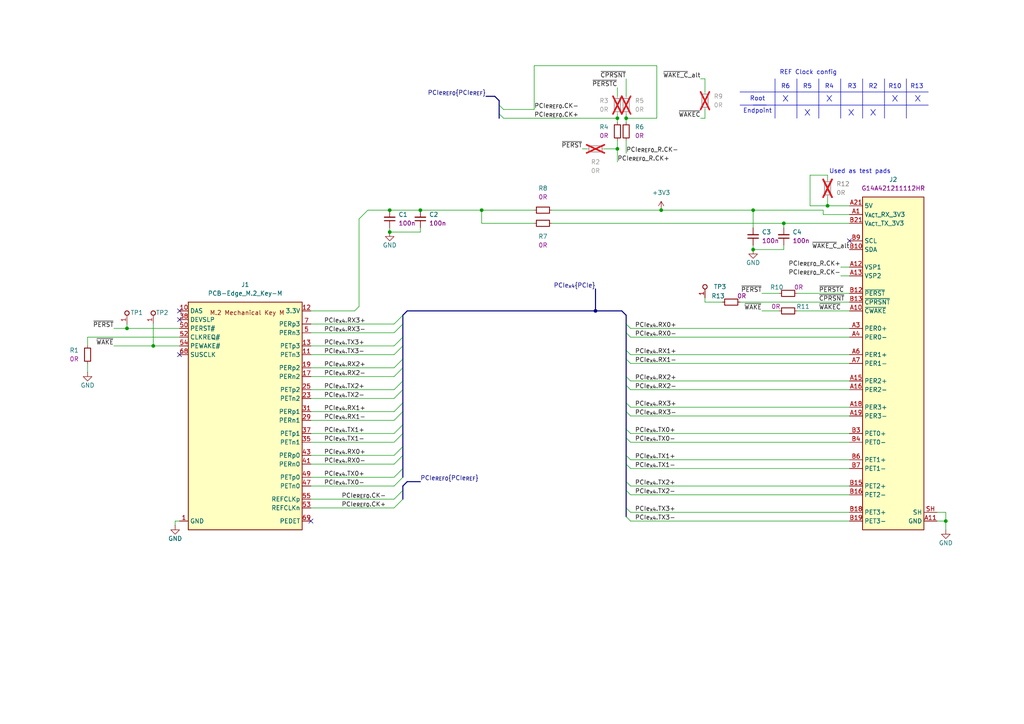
<source format=kicad_sch>
(kicad_sch (version 20250114) (generator "eeschema") (generator_version "9.0")
  (paper "A4")
  (title_block (title " M.2 to OCuLink adapter") (date "2025-07-09") (rev "1.0.1") (company "Antmicro Ltd") (comment 1 "www.antmicro.com"))
  (lib_symbols
    (symbol "Capacitors0402:C_100n_16V_X7R_0402" (pin_numbers (hide yes)) (pin_names (hide yes))
      (property "Reference" "C" (at 15.24 -5.08 0))
      (property "Val" "100n" (at 15.24 -7.62 0))
      (symbol "C_100n_16V_X7R_0402_0_1"
        (polyline (pts (xy 2.032 -1.524) (xy 2.032 1.524)) (stroke (width 0.3048)))
        (polyline (pts (xy 3.048 -1.524) (xy 3.048 1.524)) (stroke (width 0.3302)))
      )
      (symbol "C_100n_16V_X7R_0402_1_1"
        (pin passive line (at 0 0 0) (length 2.032) (name "~") (number "1"))
        (pin passive line (at 5.08 0 180) (length 2.032) (name "~") (number "2"))
      )
    )
    (symbol "EdgeConnectors:PCB-Edge_M.2_Key-M" (in_bom no)
      (property "Reference" "J" (at 53.34 -2.54 0))
      (property "Value" "PCB-Edge_M.2_Key-M" (at 53.34 -5.08 0))
      (symbol "PCB-Edge_M.2_Key-M_1_1"
        (rectangle (start 2.54 2.54) (end 35.56 -63.5) (stroke (width 0.254)) (fill (type background)))
        (text "M.2 Mechanical Key M" (at 7.62 -1.27 0) (effects (font (size 1.27 1.27)) (justify left bottom)))
        (pin power_in line (at 0 0 0) (length 2.54) (name "3.3V") (number "12"))
        (pin passive line (at 0 0 0) (length 2.54) (hide yes) (name "3.3V") (number "14"))
        (pin passive line (at 0 0 0) (length 2.54) (hide yes) (name "3.3V") (number "16"))
        (pin passive line (at 0 0 0) (length 2.54) (hide yes) (name "3.3V") (number "18"))
        (pin passive line (at 0 0 0) (length 2.54) (hide yes) (name "3.3V") (number "2"))
        (pin passive line (at 0 0 0) (length 2.54) (hide yes) (name "3.3V") (number "4"))
        (pin passive line (at 0 0 0) (length 2.54) (hide yes) (name "3.3V") (number "70"))
        (pin passive line (at 0 0 0) (length 2.54) (hide yes) (name "3.3V") (number "72"))
        (pin passive line (at 0 0 0) (length 2.54) (hide yes) (name "3.3V") (number "74"))
        (pin passive line (at 0 -3.81 0) (length 2.54) (name "PERp3") (number "7"))
        (pin passive line (at 0 -6.35 0) (length 2.54) (name "PERn3") (number "5"))
        (pin passive line (at 0 -10.16 0) (length 2.54) (name "PETp3") (number "13"))
        (pin passive line (at 0 -12.7 0) (length 2.54) (name "PETn3") (number "11"))
        (pin passive line (at 0 -16.51 0) (length 2.54) (name "PERp2") (number "19"))
        (pin passive line (at 0 -19.05 0) (length 2.54) (name "PERn2") (number "17"))
        (pin passive line (at 0 -22.86 0) (length 2.54) (name "PETp2") (number "25"))
        (pin passive line (at 0 -25.4 0) (length 2.54) (name "PETn2") (number "23"))
        (pin passive line (at 0 -29.21 0) (length 2.54) (name "PERp1") (number "31"))
        (pin passive line (at 0 -31.75 0) (length 2.54) (name "PERn1") (number "29"))
        (pin passive line (at 0 -35.56 0) (length 2.54) (name "PETp1") (number "37"))
        (pin passive line (at 0 -38.1 0) (length 2.54) (name "PETn1") (number "35"))
        (pin passive line (at 0 -41.91 0) (length 2.54) (name "SATA-B+") (number "43") (alternate "PERp0" passive line))
        (pin passive line (at 0 -44.45 0) (length 2.54) (name "SATA-B-") (number "41") (alternate "PERn0" passive line))
        (pin passive line (at 0 -48.26 0) (length 2.54) (name "SATA-A+") (number "49") (alternate "PETp0" passive line))
        (pin passive line (at 0 -50.8 0) (length 2.54) (name "SATA-A-") (number "47") (alternate "PETn0" passive line))
        (pin passive line (at 0 -54.61 0) (length 2.54) (name "REFCLKp") (number "55"))
        (pin passive line (at 0 -57.15 0) (length 2.54) (name "REFCLKn") (number "53"))
        (pin passive line (at 0 -60.96 0) (length 2.54) (name "PEDET") (number "69"))
        (pin no_connect line (at 35.56 -15.24 180) (length 2.54) (hide yes) (name "NC") (number "67"))
        (pin no_connect line (at 35.56 -16.51 180) (length 2.54) (hide yes) (name "NC") (number "6"))
        (pin no_connect line (at 35.56 -17.78 180) (length 2.54) (hide yes) (name "NC") (number "8"))
        (pin no_connect line (at 35.56 -19.05 180) (length 2.54) (hide yes) (name "NC") (number "20"))
        (pin no_connect line (at 35.56 -20.32 180) (length 2.54) (hide yes) (name "NC") (number "22"))
        (pin no_connect line (at 35.56 -21.59 180) (length 2.54) (hide yes) (name "NC") (number "24"))
        (pin no_connect line (at 35.56 -22.86 180) (length 2.54) (hide yes) (name "NC") (number "26"))
        (pin no_connect line (at 35.56 -24.13 180) (length 2.54) (hide yes) (name "NC") (number "28"))
        (pin no_connect line (at 35.56 -25.4 180) (length 2.54) (hide yes) (name "NC") (number "30"))
        (pin no_connect line (at 35.56 -26.67 180) (length 2.54) (hide yes) (name "NC") (number "32"))
        (pin no_connect line (at 35.56 -27.94 180) (length 2.54) (hide yes) (name "NC") (number "34"))
        (pin no_connect line (at 35.56 -29.21 180) (length 2.54) (hide yes) (name "NC") (number "36"))
        (pin no_connect line (at 35.56 -30.48 180) (length 2.54) (hide yes) (name "NC") (number "40"))
        (pin no_connect line (at 35.56 -31.75 180) (length 2.54) (hide yes) (name "NC") (number "42"))
        (pin no_connect line (at 35.56 -33.02 180) (length 2.54) (hide yes) (name "NC") (number "44"))
        (pin no_connect line (at 35.56 -34.29 180) (length 2.54) (hide yes) (name "NC") (number "46"))
        (pin no_connect line (at 35.56 -35.56 180) (length 2.54) (hide yes) (name "NC") (number "48"))
        (pin no_connect line (at 35.56 -36.83 180) (length 2.54) (hide yes) (name "NC") (number "56"))
        (pin no_connect line (at 35.56 -38.1 180) (length 2.54) (hide yes) (name "NC") (number "58"))
        (pin passive line (at 38.1 0 180) (length 2.54) (name "DAS") (number "10"))
        (pin passive line (at 38.1 -2.54 180) (length 2.54) (name "DEVSLP") (number "38"))
        (pin passive line (at 38.1 -5.08 180) (length 2.54) (name "PERST#") (number "50"))
        (pin passive line (at 38.1 -7.62 180) (length 2.54) (name "CLKREQ#") (number "52"))
        (pin passive line (at 38.1 -10.16 180) (length 2.54) (name "PEWAKE#") (number "54"))
        (pin passive line (at 38.1 -12.7 180) (length 2.54) (name "SUSCLK") (number "68"))
        (pin passive line (at 38.1 -60.96 180) (length 2.54) (name "GND") (number "1"))
        (pin passive line (at 38.1 -60.96 180) (length 2.54) (hide yes) (name "GND") (number "15"))
        (pin passive line (at 38.1 -60.96 180) (length 2.54) (hide yes) (name "GND") (number "21"))
        (pin passive line (at 38.1 -60.96 180) (length 2.54) (hide yes) (name "GND") (number "27"))
        (pin passive line (at 38.1 -60.96 180) (length 2.54) (hide yes) (name "GND") (number "3"))
        (pin passive line (at 38.1 -60.96 180) (length 2.54) (hide yes) (name "GND") (number "33"))
        (pin passive line (at 38.1 -60.96 180) (length 2.54) (hide yes) (name "GND") (number "39"))
        (pin passive line (at 38.1 -60.96 180) (length 2.54) (hide yes) (name "GND") (number "45"))
        (pin passive line (at 38.1 -60.96 180) (length 2.54) (hide yes) (name "GND") (number "51"))
        (pin passive line (at 38.1 -60.96 180) (length 2.54) (hide yes) (name "GND") (number "57"))
        (pin passive line (at 38.1 -60.96 180) (length 2.54) (hide yes) (name "GND") (number "71"))
        (pin passive line (at 38.1 -60.96 180) (length 2.54) (hide yes) (name "GND") (number "73"))
        (pin passive line (at 38.1 -60.96 180) (length 2.54) (hide yes) (name "GND") (number "75"))
        (pin passive line (at 38.1 -60.96 180) (length 2.54) (hide yes) (name "GND") (number "9"))
      )
    )
    (symbol "PciConnectors:OCuLink_x4_Amphenol_G14A421211112HR"
      (property "Reference" "J" (at 39.37 -5.08 0))
      (property "MPN" "G14A421211112HR" (at 39.37 -7.62 0))
      (symbol "OCuLink_x4_Amphenol_G14A421211112HR_1_1"
        (rectangle (start 3.81 2.54) (end 21.59 -93.98) (stroke (width 0.254)) (fill (type background)))
        (pin passive line (at 0 0 0) (length 3.81) (name "5V") (number "A21"))
        (pin passive line (at 0 0 0) (length 3.81) (hide yes) (name "5V") (number "B1"))
        (pin power_in line (at 0 -2.54 0) (length 3.81) (name "V_{ACT}_RX_3V3") (number "A1"))
        (pin power_in line (at 0 -5.08 0) (length 3.81) (name "V_{ACT}_TX_3V3") (number "B21"))
        (pin bidirectional line (at 0 -10.16 0) (length 3.81) (name "SCL") (number "B9"))
        (pin bidirectional line (at 0 -12.7 0) (length 3.81) (name "SDA") (number "B10"))
        (pin bidirectional line (at 0 -17.78 0) (length 3.81) (name "VSP1") (number "A12"))
        (pin bidirectional line (at 0 -20.32 0) (length 3.81) (name "VSP2") (number "A13"))
        (pin bidirectional line (at 0 -25.4 0) (length 3.81) (name "~{PERST}") (number "B12"))
        (pin bidirectional line (at 0 -27.94 0) (length 3.81) (name "~{CPRSNT}") (number "B13"))
        (pin bidirectional line (at 0 -30.48 0) (length 3.81) (name "~{CWAKE}") (number "A10"))
        (pin output line (at 0 -35.56 0) (length 3.81) (name "PER0+") (number "A3"))
        (pin output line (at 0 -38.1 0) (length 3.81) (name "PER0-") (number "A4"))
        (pin output line (at 0 -43.18 0) (length 3.81) (name "PER1+") (number "A6"))
        (pin output line (at 0 -45.72 0) (length 3.81) (name "PER1-") (number "A7"))
        (pin output line (at 0 -50.8 0) (length 3.81) (name "PER2+") (number "A15"))
        (pin output line (at 0 -53.34 0) (length 3.81) (name "PER2-") (number "A16"))
        (pin output line (at 0 -58.42 0) (length 3.81) (name "PER3+") (number "A18"))
        (pin output line (at 0 -60.96 0) (length 3.81) (name "PER3-") (number "A19"))
        (pin input line (at 0 -66.04 0) (length 3.81) (name "PET0+") (number "B3"))
        (pin input line (at 0 -68.58 0) (length 3.81) (name "PET0-") (number "B4"))
        (pin input line (at 0 -73.66 0) (length 3.81) (name "PET1+") (number "B6"))
        (pin input line (at 0 -76.2 0) (length 3.81) (name "PET1-") (number "B7"))
        (pin input line (at 0 -81.28 0) (length 3.81) (name "PET2+") (number "B15"))
        (pin input line (at 0 -83.82 0) (length 3.81) (name "PET2-") (number "B16"))
        (pin input line (at 0 -88.9 0) (length 3.81) (name "PET3+") (number "B18"))
        (pin input line (at 0 -91.44 0) (length 3.81) (name "PET3-") (number "B19"))
        (pin no_connect line (at 21.59 -76.2 180) (length 3.81) (hide yes) (name "NC") (number "A9"))
        (pin passive line (at 25.4 -88.9 180) (length 3.81) (name "SH") (number "SH"))
        (pin passive line (at 25.4 -91.44 180) (length 3.81) (name "GND") (number "A11"))
        (pin passive line (at 25.4 -91.44 180) (length 3.81) (hide yes) (name "GND") (number "A14"))
        (pin passive line (at 25.4 -91.44 180) (length 3.81) (hide yes) (name "GND") (number "A17"))
        (pin passive line (at 25.4 -91.44 180) (length 3.81) (hide yes) (name "GND") (number "A2"))
        (pin passive line (at 25.4 -91.44 180) (length 3.81) (hide yes) (name "GND") (number "A20"))
        (pin passive line (at 25.4 -91.44 180) (length 3.81) (hide yes) (name "GND") (number "A5"))
        (pin passive line (at 25.4 -91.44 180) (length 3.81) (hide yes) (name "GND") (number "A8"))
        (pin passive line (at 25.4 -91.44 180) (length 3.81) (hide yes) (name "GND") (number "B11"))
        (pin passive line (at 25.4 -91.44 180) (length 3.81) (hide yes) (name "GND") (number "B14"))
        (pin passive line (at 25.4 -91.44 180) (length 3.81) (hide yes) (name "GND") (number "B17"))
        (pin passive line (at 25.4 -91.44 180) (length 3.81) (hide yes) (name "GND") (number "B2"))
        (pin passive line (at 25.4 -91.44 180) (length 3.81) (hide yes) (name "GND") (number "B20"))
        (pin passive line (at 25.4 -91.44 180) (length 3.81) (hide yes) (name "GND") (number "B5"))
        (pin passive line (at 25.4 -91.44 180) (length 3.81) (hide yes) (name "GND") (number "B8"))
      )
    )
    (symbol "Resistors0402:R_0R_0402" (pin_numbers (hide yes)) (pin_names (hide yes))
      (property "Reference" "R" (at 20.32 -5.08 0))
      (property "Val" "0R" (at 20.32 -7.62 0))
      (symbol "R_0R_0402_0_1"
        (rectangle (start 0.635 0.889) (end 4.445 -0.889) (stroke (width 0.254)))
      )
      (symbol "R_0R_0402_1_1"
        (pin passive line (at 0 0 0) (length 0.635) (name "~") (number "1"))
        (pin passive line (at 5.08 0 180) (length 0.635) (name "~") (number "2"))
      )
    )
    (symbol "TestPoints:TP_1.5mm_SMD" (pin_names (hide yes)) (in_bom no)
      (property "Reference" "TP" (at 15.24 -5.08 0))
      (symbol "TP_1.5mm_SMD_1_1"
        (circle (center 3.175 0) (radius 0.635) (stroke (width 0.254)))
        (pin passive line (at 0 0 0) (length 2.54) (name "1") (number "1"))
      )
    )
    (symbol "antmicroResistors0402:R_0R_0402" (pin_numbers (hide yes)) (pin_names (hide yes))
      (property "Reference" "R" (at 20.32 -5.08 0))
      (property "Val" "0R" (at 20.32 -7.62 0))
      (symbol "R_0R_0402_0_1"
        (rectangle (start 0.635 0.889) (end 4.445 -0.889) (stroke (width 0.254)))
      )
      (symbol "R_0R_0402_1_1"
        (pin passive line (at 0 0 0) (length 0.635) (name "~") (number "1"))
        (pin passive line (at 5.08 0 180) (length 0.635) (name "~") (number "2"))
      )
    )
    (symbol "antmicroResistorsmisc:R_0R_0201" (pin_numbers (hide yes)) (pin_names (hide yes))
      (property "Reference" "R" (at 20.32 -5.08 0))
      (property "Val" "0R" (at 20.32 -7.62 0))
      (symbol "R_0R_0201_0_1"
        (rectangle (start 0.635 0.889) (end 4.445 -0.889) (stroke (width 0.254)))
      )
      (symbol "R_0R_0201_1_1"
        (pin passive line (at 0 0 0) (length 0.635) (name "~") (number "1"))
        (pin passive line (at 5.08 0 180) (length 0.635) (name "~") (number "2"))
      )
    )
    (symbol "antmicroTestPoints:TP_1mm_SMD" (pin_names (hide yes)) (in_bom no)
      (property "Reference" "TP" (at 15.24 -5.08 0))
      (symbol "TP_1mm_SMD_1_1"
        (circle (center 3.175 0) (radius 0.635) (stroke (width 0.254)))
        (pin passive line (at 0 0 0) (length 2.54) (name "1") (number "1"))
      )
    )
    (symbol "antmicropower:GND" (power) (pin_numbers (hide yes)) (pin_names (hide yes))
      (property "Value" "GND" (at 8.89 -5.08 0))
      (symbol "GND_1_1"
        (polyline (pts (xy 0 0) (xy 0 -1.27) (xy 1.27 -1.27) (xy 0 -2.54) (xy -1.27 -1.27) (xy 0 -1.27)))
        (pin power_in line (at 0 0 270) (length 0) (name "GND") (number "1"))
      )
    )
    (symbol "power:+3V3" (power) (pin_numbers (hide yes)) (pin_names (hide yes))
      (property "Value" "+3V3" (at -3.175 2.54 0))
      (symbol "+3V3_0_1"
        (polyline (pts (xy 0 2.54) (xy -0.762 1.27)))
        (polyline (pts (xy 0 2.54) (xy 0.762 1.27)))
        (polyline (pts (xy 0 0) (xy 0 2.54)))
      )
      (symbol "+3V3_1_1"
        (pin power_in line (at 0 0 90) (length 0) (hide yes) (name "+3V3") (number "1"))
      )
    )
  )
  (text "REF Clock config" (at 234.442 21.082 0) (effects (font (size 1.27 1.27))))
  (text "Endpoint\n" (at 219.71 32.258 0) (effects (font (size 1.27 1.27))))
  (text "x" (at 246.888 32.512 0) (effects (font (size 2.54 2.54))))
  (text "R6\n" (at 227.838 25.146 0) (effects (font (size 1.27 1.27))))
  (text "Root" (at 219.71 28.702 0) (effects (font (size 1.27 1.27))))
  (text "x" (at 240.538 28.448 0) (effects (font (size 2.54 2.54))))
  (text "x" (at 259.588 28.448 0) (effects (font (size 2.54 2.54))))
  (text "Used as test pads" (at 249.428 49.784 0) (effects (font (size 1.27 1.27))))
  (text "x" (at 234.188 32.512 0) (effects (font (size 2.54 2.54))))
  (text "x" (at 227.838 28.448 0) (effects (font (size 2.54 2.54))))
  (text "R3" (at 247.142 25.146 0) (effects (font (size 1.27 1.27))))
  (text "x" (at 266.192 28.448 0) (effects (font (size 2.54 2.54))))
  (text "R4" (at 240.538 25.146 0) (effects (font (size 1.27 1.27))))
  (text "R13\n" (at 265.938 25.146 0) (effects (font (size 1.27 1.27))))
  (text "x" (at 253.238 32.512 0) (effects (font (size 2.54 2.54))))
  (text "R5" (at 234.188 25.146 0) (effects (font (size 1.27 1.27))))
  (text "R2" (at 253.238 25.146 0) (effects (font (size 1.27 1.27))))
  (text "R10\n" (at 259.588 25.146 0) (effects (font (size 1.27 1.27))))
  (junction (at 181.61 34.29))
  (junction (at 179.07 43.18))
  (junction (at 240.03 59.69))
  (junction (at 113.03 67.31))
  (junction (at 191.77 60.96))
  (junction (at 121.92 60.96))
  (junction (at 36.83 95.25))
  (junction (at 113.03 60.96))
  (junction (at 218.44 72.39))
  (junction (at 172.72 90.17))
  (junction (at 139.7 60.96))
  (junction (at 218.44 60.96))
  (junction (at 44.45 100.33))
  (junction (at 227.33 64.77))
  (junction (at 179.07 34.29))
  (junction (at 274.32 151.13))
  (no_connect (at 52.07 90.17))
  (no_connect (at 246.38 69.85))
  (no_connect (at 52.07 92.71))
  (no_connect (at 90.17 151.13))
  (no_connect (at 52.07 102.87))
  (bus_entry (at 146.05 31.75) (size -1.27 -1.27))
  (bus_entry (at 116.84 144.78) (size -2.54 2.54))
  (bus_entry (at 181.61 93.98) (size 1.27 1.27))
  (bus_entry (at 114.3 132.08) (size 2.54 -2.54))
  (bus_entry (at 114.3 128.27) (size 2.54 -2.54))
  (bus_entry (at 114.3 96.52) (size 2.54 -2.54))
  (bus_entry (at 116.84 142.24) (size -2.54 2.54))
  (bus_entry (at 181.61 132.08) (size 1.27 1.27))
  (bus_entry (at 181.61 119.38) (size 1.27 1.27))
  (bus_entry (at 114.3 125.73) (size 2.54 -2.54))
  (bus_entry (at 114.3 140.97) (size 2.54 -2.54))
  (bus_entry (at 114.3 100.33) (size 2.54 -2.54))
  (bus_entry (at 181.61 134.62) (size 1.27 1.27))
  (bus_entry (at 114.3 119.38) (size 2.54 -2.54))
  (bus_entry (at 114.3 121.92) (size 2.54 -2.54))
  (bus_entry (at 181.61 127) (size 1.27 1.27))
  (bus_entry (at 181.61 109.22) (size 1.27 1.27))
  (bus_entry (at 181.61 142.24) (size 1.27 1.27))
  (bus_entry (at 114.3 102.87) (size 2.54 -2.54))
  (bus_entry (at 114.3 106.68) (size 2.54 -2.54))
  (bus_entry (at 146.05 34.29) (size -1.27 -1.27))
  (bus_entry (at 114.3 109.22) (size 2.54 -2.54))
  (bus_entry (at 181.61 124.46) (size 1.27 1.27))
  (bus_entry (at 181.61 149.86) (size 1.27 1.27))
  (bus_entry (at 181.61 111.76) (size 1.27 1.27))
  (bus_entry (at 181.61 101.6) (size 1.27 1.27))
  (bus_entry (at 181.61 96.52) (size 1.27 1.27))
  (bus_entry (at 114.3 93.98) (size 2.54 -2.54))
  (bus_entry (at 181.61 139.7) (size 1.27 1.27))
  (bus_entry (at 181.61 104.14) (size 1.27 1.27))
  (bus_entry (at 114.3 138.43) (size 2.54 -2.54))
  (bus_entry (at 114.3 113.03) (size 2.54 -2.54))
  (bus_entry (at 181.61 147.32) (size 1.27 1.27))
  (bus_entry (at 114.3 115.57) (size 2.54 -2.54))
  (bus_entry (at 114.3 134.62) (size 2.54 -2.54))
  (bus_entry (at 181.61 116.84) (size 1.27 1.27))
  (bus (pts (xy 116.84 119.38) (xy 116.84 123.19)))
  (wire (pts (xy 274.32 148.59) (xy 274.32 151.13)))
  (wire (pts (xy 33.02 95.25) (xy 36.83 95.25)))
  (wire (pts (xy 218.44 72.39) (xy 218.44 71.12)))
  (bus (pts (xy 181.61 93.98) (xy 181.61 96.52)))
  (bus (pts (xy 181.61 119.38) (xy 181.61 124.46)))
  (bus (pts (xy 144.78 29.21) (xy 144.78 30.48)))
  (wire (pts (xy 182.88 133.35) (xy 246.38 133.35)))
  (wire (pts (xy 179.07 43.18) (xy 179.07 40.64)))
  (bus (pts (xy 181.61 132.08) (xy 181.61 134.62)))
  (bus (pts (xy 181.61 142.24) (xy 181.61 147.32)))
  (wire (pts (xy 90.17 119.38) (xy 114.3 119.38)))
  (bus (pts (xy 144.78 30.48) (xy 144.78 33.02)))
  (bus (pts (xy 172.72 90.17) (xy 180.34 90.17)))
  (wire (pts (xy 90.17 125.73) (xy 114.3 125.73)))
  (wire (pts (xy 90.17 102.87) (xy 114.3 102.87)))
  (bus (pts (xy 116.84 100.33) (xy 116.84 104.14)))
  (wire (pts (xy 160.02 64.77) (xy 227.33 64.77)))
  (wire (pts (xy 226.06 90.17) (xy 220.98 90.17)))
  (wire (pts (xy 240.03 59.69) (xy 246.38 59.69)))
  (polyline (pts (xy 214.63 30.48) (xy 222.25 30.48)))
  (bus (pts (xy 116.84 110.49) (xy 116.84 113.03)))
  (wire (pts (xy 227.33 72.39) (xy 218.44 72.39)))
  (wire (pts (xy 214.63 87.63) (xy 246.38 87.63)))
  (wire (pts (xy 182.88 135.89) (xy 246.38 135.89)))
  (wire (pts (xy 181.61 34.29) (xy 190.5 34.29)))
  (wire (pts (xy 50.8 151.13) (xy 52.07 151.13)))
  (bus (pts (xy 181.61 134.62) (xy 181.61 139.7)))
  (wire (pts (xy 90.17 144.78) (xy 114.3 144.78)))
  (wire (pts (xy 154.94 19.05) (xy 154.94 31.75)))
  (bus (pts (xy 116.84 116.84) (xy 116.84 119.38)))
  (wire (pts (xy 204.47 22.86) (xy 204.47 26.67)))
  (wire (pts (xy 204.47 87.63) (xy 209.55 87.63)))
  (wire (pts (xy 227.33 64.77) (xy 246.38 64.77)))
  (polyline (pts (xy 231.14 22.86) (xy 231.14 34.29)))
  (wire (pts (xy 181.61 34.29) (xy 181.61 35.56)))
  (wire (pts (xy 90.17 138.43) (xy 114.3 138.43)))
  (bus (pts (xy 116.84 135.89) (xy 116.84 138.43)))
  (wire (pts (xy 104.14 63.5) (xy 106.68 60.96)))
  (wire (pts (xy 160.02 60.96) (xy 191.77 60.96)))
  (wire (pts (xy 190.5 19.05) (xy 154.94 19.05)))
  (wire (pts (xy 182.88 148.59) (xy 246.38 148.59)))
  (wire (pts (xy 218.44 60.96) (xy 218.44 66.04)))
  (wire (pts (xy 243.84 80.01) (xy 246.38 80.01)))
  (wire (pts (xy 246.38 105.41) (xy 182.88 105.41)))
  (bus (pts (xy 116.84 91.44) (xy 116.84 93.98)))
  (wire (pts (xy 182.88 125.73) (xy 246.38 125.73)))
  (wire (pts (xy 204.47 86.36) (xy 204.47 87.63)))
  (wire (pts (xy 204.47 31.75) (xy 204.47 34.29)))
  (bus (pts (xy 181.61 101.6) (xy 181.61 104.14)))
  (wire (pts (xy 33.02 100.33) (xy 44.45 100.33)))
  (bus (pts (xy 116.84 132.08) (xy 116.84 135.89)))
  (bus (pts (xy 116.84 113.03) (xy 116.84 116.84)))
  (wire (pts (xy 154.94 64.77) (xy 139.7 64.77)))
  (bus (pts (xy 116.84 106.68) (xy 116.84 110.49)))
  (bus (pts (xy 181.61 91.44) (xy 181.61 93.98)))
  (wire (pts (xy 90.17 128.27) (xy 114.3 128.27)))
  (wire (pts (xy 271.78 148.59) (xy 274.32 148.59)))
  (polyline (pts (xy 218.44 26.67) (xy 269.24 26.67)))
  (bus (pts (xy 116.84 129.54) (xy 116.84 132.08)))
  (wire (pts (xy 238.76 62.23) (xy 246.38 62.23)))
  (wire (pts (xy 246.38 120.65) (xy 182.88 120.65)))
  (wire (pts (xy 240.03 50.8) (xy 240.03 52.07)))
  (wire (pts (xy 226.06 85.09) (xy 220.98 85.09)))
  (wire (pts (xy 113.03 60.96) (xy 121.92 60.96)))
  (bus (pts (xy 181.61 139.7) (xy 181.61 142.24)))
  (wire (pts (xy 231.14 90.17) (xy 246.38 90.17)))
  (wire (pts (xy 104.14 63.5) (xy 104.14 88.9)))
  (wire (pts (xy 243.84 77.47) (xy 246.38 77.47)))
  (wire (pts (xy 90.17 140.97) (xy 114.3 140.97)))
  (wire (pts (xy 181.61 22.86) (xy 181.61 27.94)))
  (wire (pts (xy 44.45 100.33) (xy 52.07 100.33)))
  (wire (pts (xy 50.8 151.13) (xy 50.8 152.4)))
  (bus (pts (xy 116.84 93.98) (xy 116.84 97.79)))
  (bus (pts (xy 118.11 139.7) (xy 116.84 140.97)))
  (wire (pts (xy 203.2 22.86) (xy 204.47 22.86)))
  (wire (pts (xy 246.38 85.09) (xy 231.14 85.09)))
  (wire (pts (xy 274.32 151.13) (xy 274.32 153.67)))
  (bus (pts (xy 116.84 104.14) (xy 116.84 106.68)))
  (wire (pts (xy 182.88 151.13) (xy 246.38 151.13)))
  (wire (pts (xy 168.91 43.18) (xy 170.18 43.18)))
  (wire (pts (xy 234.95 59.69) (xy 240.03 59.69)))
  (wire (pts (xy 113.03 67.31) (xy 121.92 67.31)))
  (polyline (pts (xy 250.19 22.86) (xy 250.19 34.29)))
  (wire (pts (xy 90.17 100.33) (xy 114.3 100.33)))
  (polyline (pts (xy 243.84 22.86) (xy 243.84 34.29)))
  (bus (pts (xy 144.78 33.02) (xy 144.78 34.29)))
  (polyline (pts (xy 262.89 22.86) (xy 262.89 34.29)))
  (wire (pts (xy 113.03 67.31) (xy 113.03 66.04)))
  (wire (pts (xy 90.17 115.57) (xy 114.3 115.57)))
  (bus (pts (xy 181.61 109.22) (xy 181.61 111.76)))
  (wire (pts (xy 227.33 64.77) (xy 227.33 66.04)))
  (polyline (pts (xy 256.54 22.86) (xy 256.54 34.29)))
  (wire (pts (xy 246.38 113.03) (xy 182.88 113.03)))
  (wire (pts (xy 121.92 60.96) (xy 139.7 60.96)))
  (wire (pts (xy 179.07 46.99) (xy 179.07 43.18)))
  (wire (pts (xy 90.17 134.62) (xy 114.3 134.62)))
  (wire (pts (xy 246.38 118.11) (xy 182.88 118.11)))
  (wire (pts (xy 36.83 95.25) (xy 52.07 95.25)))
  (wire (pts (xy 90.17 147.32) (xy 114.3 147.32)))
  (wire (pts (xy 179.07 33.02) (xy 179.07 34.29)))
  (wire (pts (xy 179.07 25.4) (xy 179.07 27.94)))
  (wire (pts (xy 90.17 113.03) (xy 114.3 113.03)))
  (wire (pts (xy 139.7 60.96) (xy 154.94 60.96)))
  (polyline (pts (xy 218.44 30.48) (xy 269.24 30.48)))
  (wire (pts (xy 182.88 143.51) (xy 246.38 143.51)))
  (bus (pts (xy 181.61 96.52) (xy 181.61 101.6)))
  (wire (pts (xy 218.44 60.96) (xy 238.76 60.96)))
  (wire (pts (xy 146.05 34.29) (xy 179.07 34.29)))
  (wire (pts (xy 181.61 33.02) (xy 181.61 34.29)))
  (bus (pts (xy 181.61 127) (xy 181.61 132.08)))
  (wire (pts (xy 182.88 128.27) (xy 246.38 128.27)))
  (wire (pts (xy 181.61 44.45) (xy 181.61 40.64)))
  (bus (pts (xy 181.61 116.84) (xy 181.61 119.38)))
  (wire (pts (xy 246.38 97.79) (xy 182.88 97.79)))
  (bus (pts (xy 116.84 123.19) (xy 116.84 125.73)))
  (wire (pts (xy 90.17 109.22) (xy 114.3 109.22)))
  (wire (pts (xy 234.95 50.8) (xy 234.95 59.69)))
  (wire (pts (xy 36.83 93.98) (xy 36.83 95.25)))
  (wire (pts (xy 102.87 90.17) (xy 104.14 88.9)))
  (wire (pts (xy 246.38 110.49) (xy 182.88 110.49)))
  (wire (pts (xy 246.38 102.87) (xy 182.88 102.87)))
  (wire (pts (xy 175.26 43.18) (xy 179.07 43.18)))
  (wire (pts (xy 90.17 132.08) (xy 114.3 132.08)))
  (bus (pts (xy 143.51 27.94) (xy 140.97 27.94)))
  (wire (pts (xy 246.38 95.25) (xy 182.88 95.25)))
  (bus (pts (xy 181.61 147.32) (xy 181.61 149.86)))
  (wire (pts (xy 274.32 151.13) (xy 271.78 151.13)))
  (wire (pts (xy 190.5 34.29) (xy 190.5 19.05)))
  (wire (pts (xy 240.03 50.8) (xy 234.95 50.8)))
  (wire (pts (xy 90.17 106.68) (xy 114.3 106.68)))
  (wire (pts (xy 240.03 57.15) (xy 240.03 59.69)))
  (bus (pts (xy 181.61 104.14) (xy 181.61 109.22)))
  (wire (pts (xy 25.4 105.41) (xy 25.4 107.95)))
  (bus (pts (xy 181.61 91.44) (xy 180.34 90.17)))
  (polyline (pts (xy 218.44 26.67) (xy 214.63 26.67)))
  (bus (pts (xy 181.61 124.46) (xy 181.61 127)))
  (wire (pts (xy 139.7 64.77) (xy 139.7 60.96)))
  (wire (pts (xy 238.76 60.96) (xy 238.76 62.23)))
  (bus (pts (xy 118.11 90.17) (xy 116.84 91.44)))
  (wire (pts (xy 227.33 72.39) (xy 227.33 71.12)))
  (bus (pts (xy 172.72 83.82) (xy 172.72 90.17)))
  (bus (pts (xy 181.61 111.76) (xy 181.61 116.84)))
  (polyline (pts (xy 224.79 22.86) (xy 224.79 34.29)))
  (wire (pts (xy 113.03 60.96) (xy 106.68 60.96)))
  (wire (pts (xy 203.2 34.29) (xy 204.47 34.29)))
  (polyline (pts (xy 237.49 22.86) (xy 237.49 34.29)))
  (bus (pts (xy 116.84 97.79) (xy 116.84 100.33)))
  (wire (pts (xy 90.17 93.98) (xy 114.3 93.98)))
  (bus (pts (xy 172.72 90.17) (xy 118.11 90.17)))
  (wire (pts (xy 25.4 97.79) (xy 52.07 97.79)))
  (bus (pts (xy 116.84 140.97) (xy 116.84 142.24)))
  (wire (pts (xy 146.05 31.75) (xy 154.94 31.75)))
  (bus (pts (xy 116.84 125.73) (xy 116.84 129.54)))
  (bus (pts (xy 118.11 139.7) (xy 121.92 139.7)))
  (bus (pts (xy 116.84 142.24) (xy 116.84 144.78)))
  (wire (pts (xy 90.17 121.92) (xy 114.3 121.92)))
  (wire (pts (xy 25.4 97.79) (xy 25.4 100.33)))
  (wire (pts (xy 191.77 60.96) (xy 218.44 60.96)))
  (wire (pts (xy 121.92 67.31) (xy 121.92 66.04)))
  (wire (pts (xy 182.88 140.97) (xy 246.38 140.97)))
  (bus (pts (xy 144.78 29.21) (xy 143.51 27.94)))
  (wire (pts (xy 44.45 93.98) (xy 44.45 100.33)))
  (wire (pts (xy 179.07 34.29) (xy 179.07 35.56)))
  (wire (pts (xy 90.17 90.17) (xy 102.87 90.17)))
  (wire (pts (xy 90.17 96.52) (xy 114.3 96.52)))
  (label "PCIe_{x4}.TX2-" (at 93.98 115.57 0))
  (label "PCIe_{x4}.TX0+" (at 184.15 125.73 0))
  (label "PCIe_{x4}{PCIe}" (at 172.72 83.82 180))
  (label "PCIe_{x4}.TX3-" (at 93.98 102.87 0))
  (label "PCIe_{x4}.RX1+" (at 93.98 119.38 0))
  (label "PCIe_{x4}.RX1-" (at 93.98 121.92 0))
  (label "PCIe_{x4}.TX0-" (at 93.98 140.97 0))
  (label "~{WAKE}" (at 33.02 100.33 180))
  (label "~{CPRSNT}" (at 237.49 87.63 0))
  (label "PCIe_{x4}.TX2+" (at 93.98 113.03 0))
  (label "PCIe_{x4}.TX1-" (at 184.15 135.89 0))
  (label "PCIe_{x4}.RX0-" (at 93.98 134.62 0))
  (label "PCIe_{REF0}_R.CK+" (at 179.07 46.99 0))
  (label "~{WAKEC}" (at 237.49 90.17 0))
  (label "PCIe_{REF0}.CK-" (at 99.06 144.78 0))
  (label "PCIe_{REF0}_R.CK-" (at 243.84 80.01 180))
  (label "PCIe_{REF0}{PCIe_{REF}}" (at 121.92 139.7 0))
  (label "~{PERSTC}" (at 237.49 85.09 0))
  (label "PCIe_{x4}.TX1+" (at 184.15 133.35 0))
  (label "PCIe_{x4}.TX1+" (at 93.98 125.73 0))
  (label "PCIe_{x4}.RX3-" (at 184.15 120.65 0))
  (label "~{WAKE}" (at 220.98 90.17 180))
  (label "PCIe_{REF0}_R.CK-" (at 181.61 44.45 0))
  (label "~{WAKE_C}_alt" (at 246.38 72.39 180))
  (label "~{CPRSNT}" (at 181.61 22.86 180))
  (label "PCIe_{x4}.RX3-" (at 93.98 96.52 0))
  (label "PCIe_{x4}.RX1+" (at 184.15 102.87 0))
  (label "~{WAKE_C}_alt" (at 203.2 22.86 180))
  (label "PCIe_{REF0}.CK+" (at 99.06 147.32 0))
  (label "PCIe_{x4}.TX2-" (at 184.15 143.51 0))
  (label "PCIe_{x4}.TX0-" (at 184.15 128.27 0))
  (label "PCIe_{x4}.TX0+" (at 93.98 138.43 0))
  (label "~{PERST}" (at 220.98 85.09 180))
  (label "~{PERST}" (at 33.02 95.25 180))
  (label "~{PERSTC}" (at 179.07 25.4 180))
  (label "PCIe_{x4}.RX1-" (at 184.15 105.41 0))
  (label "PCIe_{REF0}{PCIe_{REF}}" (at 140.97 27.94 180))
  (label "PCIe_{x4}.RX2-" (at 93.98 109.22 0))
  (label "~{WAKEC}" (at 203.2 34.29 180))
  (label "PCIe_{x4}.RX0+" (at 93.98 132.08 0))
  (label "PCIe_{x4}.TX3+" (at 93.98 100.33 0))
  (label "PCIe_{REF0}_R.CK+" (at 243.84 77.47 180))
  (label "PCIe_{x4}.TX1-" (at 93.98 128.27 0))
  (label "PCIe_{x4}.RX3+" (at 184.15 118.11 0))
  (label "PCIe_{x4}.RX2-" (at 184.15 113.03 0))
  (label "PCIe_{x4}.RX0-" (at 184.15 97.79 0))
  (label "~{PERST}" (at 168.91 43.18 180))
  (label "PCIe_{x4}.TX2+" (at 184.15 140.97 0))
  (label "PCIe_{x4}.TX3+" (at 184.15 148.59 0))
  (label "PCIe_{x4}.RX2+" (at 93.98 106.68 0))
  (label "PCIe_{x4}.RX2+" (at 184.15 110.49 0))
  (label "PCIe_{x4}.RX0+" (at 184.15 95.25 0))
  (label "PCIe_{x4}.RX3+" (at 93.98 93.98 0))
  (label "PCIe_{x4}.TX3-" (at 184.15 151.13 0))
  (label "PCIe_{REF0}.CK-" (at 154.94 31.75 0))
  (label "PCIe_{REF0}.CK+" (at 154.94 34.29 0))
  (symbol (lib_id "Capacitors0402:C_100n_16V_X7R_0402") (at 227.33 71.12 90) (unit 1)
    (property "Reference" "C4" (at 229.87 67.3036 90) (effects (justify right)))
    (property "Value" "C_100n_16V_X7R_0402" (effects (hide yes)))
    (property "Footprint" "antmicro-footprints:C_0402_1005Metric" (effects (hide yes)))
    (property "Datasheet" "https://www.kemet.com/en/us/capacitors/product/C0402C104J4RAC7411.html" (effects (hide yes)))
    (property "Description" "SMD Multilayer Ceramic Capacitor, 100nF, 50V, 0402, ±5%, X7R" (effects (hide yes)))
    (property "MPN" "C0402C104J4RAC7411" (effects (hide yes)))
    (property "Val" "100n" (at 229.87 69.8436 90) (effects (justify right)))
    (property "Voltage" "16V" (effects (hide yes)))
    (property "Dielectric" "X7R" (effects (hide yes)))
    (property "Manufacturer" "KEMET" (effects (hide yes)))
    (property "License" "Apache-2.0" (effects (hide yes)))
    (property "Author" "Antmicro" (effects (hide yes)))
  )
  (symbol (lib_id "Capacitors0402:C_100n_16V_X7R_0402") (at 113.03 66.04 90) (unit 1)
    (property "Reference" "C1" (at 115.57 62.2236 90) (effects (justify right)))
    (property "Value" "C_100n_16V_X7R_0402" (effects (hide yes)))
    (property "Footprint" "antmicro-footprints:C_0402_1005Metric" (effects (hide yes)))
    (property "Datasheet" "https://www.kemet.com/en/us/capacitors/product/C0402C104J4RAC7411.html" (effects (hide yes)))
    (property "Description" "SMD Multilayer Ceramic Capacitor, 100nF, 50V, 0402, ±5%, X7R" (effects (hide yes)))
    (property "MPN" "C0402C104J4RAC7411" (effects (hide yes)))
    (property "Val" "100n" (at 115.57 64.7636 90) (effects (justify right)))
    (property "Voltage" "16V" (effects (hide yes)))
    (property "Dielectric" "X7R" (effects (hide yes)))
    (property "Manufacturer" "KEMET" (effects (hide yes)))
    (property "License" "Apache-2.0" (effects (hide yes)))
    (property "Author" "Antmicro" (effects (hide yes)))
  )
  (symbol (lib_id "Capacitors0402:C_100n_16V_X7R_0402") (at 121.92 66.04 90) (unit 1)
    (property "Reference" "C2" (at 124.46 62.2236 90) (effects (justify right)))
    (property "Value" "C_100n_16V_X7R_0402" (effects (hide yes)))
    (property "Footprint" "antmicro-footprints:C_0402_1005Metric" (effects (hide yes)))
    (property "Datasheet" "https://www.kemet.com/en/us/capacitors/product/C0402C104J4RAC7411.html" (effects (hide yes)))
    (property "Description" "SMD Multilayer Ceramic Capacitor, 100nF, 50V, 0402, ±5%, X7R" (effects (hide yes)))
    (property "MPN" "C0402C104J4RAC7411" (effects (hide yes)))
    (property "Val" "100n" (at 124.46 64.7636 90) (effects (justify right)))
    (property "Voltage" "16V" (effects (hide yes)))
    (property "Dielectric" "X7R" (effects (hide yes)))
    (property "Manufacturer" "KEMET" (effects (hide yes)))
    (property "License" "Apache-2.0" (effects (hide yes)))
    (property "Author" "Antmicro" (effects (hide yes)))
  )
  (symbol (lib_id "antmicroResistorsmisc:R_0R_0201") (at 181.61 33.02 90) (unit 1) (dnp yes)
    (property "Reference" "R5" (at 184.15 29.21 90) (effects (justify right)))
    (property "Value" "R_0R_0201" (effects (hide yes)))
    (property "Footprint" "antmicro-footprints:R_0201" (effects (hide yes)))
    (property "Datasheet" "https://www.bourns.com/docs/product-datasheets/cr.pdf" (effects (hide yes)))
    (property "Description" "SMD Chip Resistor" (effects (hide yes)))
    (property "MPN" "CR0201-FX-0R00GLF" (effects (hide yes)))
    (property "Manufacturer" "Bourns" (effects (hide yes)))
    (property "License" "Apache-2.0" (effects (hide yes)))
    (property "Author" "Antmicro" (effects (hide yes)))
    (property "Val" "0R" (at 184.15 31.75 90) (effects (justify right)))
    (property "Tolerance" "1%" (effects (hide yes)))
  )
  (symbol (lib_id "antmicroResistorsmisc:R_0R_0201") (at 226.06 85.09 0) (unit 1)
    (property "Reference" "R10" (at 225.298 83.312 0))
    (property "Value" "R_0R_0201" (effects (hide yes)))
    (property "Footprint" "antmicro-footprints:R_0201" (effects (hide yes)))
    (property "Datasheet" "https://www.bourns.com/docs/product-datasheets/cr.pdf" (effects (hide yes)))
    (property "Description" "SMD Chip Resistor" (effects (hide yes)))
    (property "MPN" "CR0201-FX-0R00GLF" (effects (hide yes)))
    (property "Manufacturer" "Bourns" (effects (hide yes)))
    (property "License" "Apache-2.0" (effects (hide yes)))
    (property "Author" "Antmicro" (effects (hide yes)))
    (property "Val" "0R" (at 231.648 83.312 0))
    (property "Tolerance" "1%" (effects (hide yes)))
  )
  (symbol (lib_id "antmicroResistorsmisc:R_0R_0201") (at 179.07 33.02 90) (unit 1) (dnp yes)
    (property "Reference" "R3" (at 176.53 29.21 90) (effects (justify left)))
    (property "Value" "R_0R_0201" (effects (hide yes)))
    (property "Footprint" "antmicro-footprints:R_0201" (effects (hide yes)))
    (property "Datasheet" "https://www.bourns.com/docs/product-datasheets/cr.pdf" (effects (hide yes)))
    (property "Description" "SMD Chip Resistor" (effects (hide yes)))
    (property "MPN" "CR0201-FX-0R00GLF" (effects (hide yes)))
    (property "Manufacturer" "Bourns" (effects (hide yes)))
    (property "License" "Apache-2.0" (effects (hide yes)))
    (property "Author" "Antmicro" (effects (hide yes)))
    (property "Val" "0R" (at 176.53 31.75 90) (effects (justify left)))
    (property "Tolerance" "1%" (effects (hide yes)))
  )
  (symbol (lib_id "antmicroResistorsmisc:R_0R_0201") (at 209.55 87.63 0) (unit 1)
    (property "Reference" "R13" (at 208.28 85.852 0))
    (property "Value" "R_0R_0201" (effects (hide yes)))
    (property "Footprint" "antmicro-footprints:R_0201" (effects (hide yes)))
    (property "Datasheet" "https://www.bourns.com/docs/product-datasheets/cr.pdf" (effects (hide yes)))
    (property "Description" "SMD Chip Resistor" (effects (hide yes)))
    (property "MPN" "CR0201-FX-0R00GLF" (effects (hide yes)))
    (property "Manufacturer" "Bourns" (effects (hide yes)))
    (property "License" "Apache-2.0" (effects (hide yes)))
    (property "Author" "Antmicro" (effects (hide yes)))
    (property "Val" "0R" (at 215.138 85.852 0))
    (property "Tolerance" "1%" (effects (hide yes)))
  )
  (symbol (lib_id "antmicroResistorsmisc:R_0R_0201") (at 181.61 40.64 90) (unit 1)
    (property "Reference" "R6" (at 184.15 36.83 90) (effects (justify right)))
    (property "Value" "R_0R_0201" (effects (hide yes)))
    (property "Footprint" "antmicro-footprints:R_0201" (effects (hide yes)))
    (property "Datasheet" "https://www.bourns.com/docs/product-datasheets/cr.pdf" (effects (hide yes)))
    (property "Description" "SMD Chip Resistor" (effects (hide yes)))
    (property "MPN" "CR0201-FX-0R00GLF" (effects (hide yes)))
    (property "Manufacturer" "Bourns" (effects (hide yes)))
    (property "License" "Apache-2.0" (effects (hide yes)))
    (property "Author" "Antmicro" (effects (hide yes)))
    (property "Val" "0R" (at 184.15 39.37 90) (effects (justify right)))
    (property "Tolerance" "1%" (effects (hide yes)))
  )
  (symbol (lib_id "antmicropower:GND") (at 274.32 153.67 0) (unit 1)
    (property "Reference" "#PWR06" (effects (hide yes)))
    (property "Value" "GND" (at 274.32 157.48 0))
    (property "Author" "Antmicro" (effects (hide yes)))
    (property "License" "Apache-2.0" (effects (hide yes)))
  )
  (symbol (lib_id "EdgeConnectors:PCB-Edge_M.2_Key-M") (at 90.17 90.17 0) (mirror y) (unit 1) (in_bom no)
    (property "Reference" "J1" (at 71.12 82.55 0))
    (property "Value" "PCB-Edge_M.2_Key-M" (at 71.12 85.09 0))
    (property "Footprint" "antmicro-footprints:PCB-Edge_M.2_Key-M" (effects (hide yes)))
    (property "Datasheet" "https://www.amphenol-icc.com/media/wysiwyg/files/drawing/10130618.pdf" (effects (hide yes)))
    (property "Description" "PCB Edge for M.2 key M" (effects (hide yes)))
    (property "Author" "Antmicro" (effects (hide yes)))
    (property "License" "Apache-2.0" (effects (hide yes)))
    (pin "43" (alternate "PERp0"))
    (pin "49" (alternate "PETp0"))
    (pin "41" (alternate "PERn0"))
    (pin "47" (alternate "PETn0"))
  )
  (symbol (lib_id "antmicroTestPoints:TP_1mm_SMD") (at 204.47 86.36 90) (unit 1) (in_bom no)
    (property "Reference" "TP3" (at 207.01 83.185 90) (effects (justify right)))
    (property "Value" "TP_1mm_SMD" (effects (hide yes)))
    (property "Footprint" "antmicro-footprints:TP_SMD_1mm" (effects (hide yes)))
    (property "Description" "Test point 1mm SMD" (effects (hide yes)))
    (property "Author" "Antmicro" (effects (hide yes)))
    (property "License" "Apache-2.0" (effects (hide yes)))
  )
  (symbol (lib_id "Resistors0402:R_0R_0402") (at 154.94 64.77 0) (unit 1)
    (property "Reference" "R7" (at 157.48 68.58 0))
    (property "Value" "R_0R_0402" (effects (hide yes)))
    (property "Footprint" "antmicro-footprints:R_0402_1005Metric" (effects (hide yes)))
    (property "Datasheet" "https://industrial.panasonic.com/cdbs/www-data/pdf/RDA0000/AOA0000C301.pdf" (effects (hide yes)))
    (property "Description" "SMD Chip Resistor, Jumper, 0 ohm, 100 mW, 0402 [1005 Metric], Thick Film, General Purpose" (effects (hide yes)))
    (property "MPN" "ERJ2GE0R00X" (effects (hide yes)))
    (property "Manufacturer" "Panasonic" (effects (hide yes)))
    (property "License" "Apache-2.0" (effects (hide yes)))
    (property "Author" "Antmicro" (effects (hide yes)))
    (property "Val" "0R" (at 157.48 71.12 0))
    (property "Current" "1A" (effects (hide yes)))
  )
  (symbol (lib_id "antmicroResistors0402:R_0R_0402") (at 25.4 100.33 90) (mirror x) (unit 1)
    (property "Reference" "R1" (at 22.86 101.6 90) (effects (justify left)))
    (property "Value" "R_0R_0402" (effects (hide yes)))
    (property "Footprint" "antmicro-footprints:R_0402_1005Metric" (effects (hide yes)))
    (property "Datasheet" "https://industrial.panasonic.com/cdbs/www-data/pdf/RDA0000/AOA0000C301.pdf" (effects (hide yes)))
    (property "Description" "SMD Chip Resistor, Jumper, 0 ohm, 100 mW, 0402 [1005 Metric], Thick Film, General Purpose" (effects (hide yes)))
    (property "MPN" "ERJ2GE0R00X" (effects (hide yes)))
    (property "Manufacturer" "Panasonic" (effects (hide yes)))
    (property "License" "Apache-2.0" (effects (hide yes)))
    (property "Author" "Antmicro" (effects (hide yes)))
    (property "Val" "0R" (at 22.86 104.14 90) (effects (justify left)))
    (property "Current" "1A" (effects (hide yes)))
  )
  (symbol (lib_id "power:+3V3") (at 191.77 60.96 0) (unit 1)
    (property "Reference" "#PWR04" (effects (hide yes)))
    (property "Value" "+3V3" (at 191.77 55.88 0))
    (property "Author" "Antmicro" (effects (hide yes)))
    (property "License" "Apache-2.0" (effects (hide yes)))
  )
  (symbol (lib_id "antmicroResistors0402:R_0R_0402") (at 231.14 90.17 0) (mirror y) (unit 1)
    (property "Reference" "R11" (at 232.918 88.9 0))
    (property "Value" "R_0R_0402" (effects (hide yes)))
    (property "Footprint" "antmicro-footprints:R_0402_1005Metric" (effects (hide yes)))
    (property "Datasheet" "https://industrial.panasonic.com/cdbs/www-data/pdf/RDA0000/AOA0000C301.pdf" (effects (hide yes)))
    (property "Description" "SMD Chip Resistor, Jumper, 0 ohm, 100 mW, 0402 [1005 Metric], Thick Film, General Purpose" (effects (hide yes)))
    (property "MPN" "ERJ2GE0R00X" (effects (hide yes)))
    (property "Manufacturer" "Panasonic" (effects (hide yes)))
    (property "License" "Apache-2.0" (effects (hide yes)))
    (property "Author" "Antmicro" (effects (hide yes)))
    (property "Val" "0R" (at 225.044 88.9 0))
    (property "Current" "1A" (effects (hide yes)))
  )
  (symbol (lib_id "Capacitors0402:C_100n_16V_X7R_0402") (at 218.44 71.12 90) (unit 1)
    (property "Reference" "C3" (at 220.98 67.3036 90) (effects (justify right)))
    (property "Value" "C_100n_16V_X7R_0402" (effects (hide yes)))
    (property "Footprint" "antmicro-footprints:C_0402_1005Metric" (effects (hide yes)))
    (property "Datasheet" "https://www.kemet.com/en/us/capacitors/product/C0402C104J4RAC7411.html" (effects (hide yes)))
    (property "Description" "SMD Multilayer Ceramic Capacitor, 100nF, 50V, 0402, ±5%, X7R" (effects (hide yes)))
    (property "MPN" "C0402C104J4RAC7411" (effects (hide yes)))
    (property "Val" "100n" (at 220.98 69.8436 90) (effects (justify right)))
    (property "Voltage" "16V" (effects (hide yes)))
    (property "Dielectric" "X7R" (effects (hide yes)))
    (property "Manufacturer" "KEMET" (effects (hide yes)))
    (property "License" "Apache-2.0" (effects (hide yes)))
    (property "Author" "Antmicro" (effects (hide yes)))
  )
  (symbol (lib_id "antmicropower:GND") (at 113.03 67.31 0) (unit 1)
    (property "Reference" "#PWR03" (effects (hide yes)))
    (property "Value" "GND" (at 113.03 71.12 0))
    (property "Author" "Antmicro" (effects (hide yes)))
    (property "License" "Apache-2.0" (effects (hide yes)))
  )
  (symbol (lib_id "antmicropower:GND") (at 50.8 152.4 0) (mirror y) (unit 1)
    (property "Reference" "#PWR02" (effects (hide yes)))
    (property "Value" "GND" (at 50.8 156.21 0))
    (property "Author" "Antmicro" (effects (hide yes)))
    (property "License" "Apache-2.0" (effects (hide yes)))
  )
  (symbol (lib_id "antmicroResistorsmisc:R_0R_0201") (at 179.07 40.64 90) (unit 1)
    (property "Reference" "R4" (at 176.53 36.83 90) (effects (justify left)))
    (property "Value" "R_0R_0201" (effects (hide yes)))
    (property "Footprint" "antmicro-footprints:R_0201" (effects (hide yes)))
    (property "Datasheet" "https://www.bourns.com/docs/product-datasheets/cr.pdf" (effects (hide yes)))
    (property "Description" "SMD Chip Resistor" (effects (hide yes)))
    (property "MPN" "CR0201-FX-0R00GLF" (effects (hide yes)))
    (property "Manufacturer" "Bourns" (effects (hide yes)))
    (property "License" "Apache-2.0" (effects (hide yes)))
    (property "Author" "Antmicro" (effects (hide yes)))
    (property "Val" "0R" (at 176.53 39.37 90) (effects (justify left)))
    (property "Tolerance" "1%" (effects (hide yes)))
  )
  (symbol (lib_id "antmicropower:GND") (at 25.4 107.95 0) (mirror y) (unit 1)
    (property "Reference" "#PWR01" (effects (hide yes)))
    (property "Value" "GND" (at 25.4 111.76 0))
    (property "Author" "Antmicro" (effects (hide yes)))
    (property "License" "Apache-2.0" (effects (hide yes)))
  )
  (symbol (lib_id "antmicroResistorsmisc:R_0R_0201") (at 204.47 31.75 90) (unit 1) (dnp yes)
    (property "Reference" "R9" (at 207.01 27.94 90) (effects (justify right)))
    (property "Value" "R_0R_0201" (effects (hide yes)))
    (property "Footprint" "antmicro-footprints:R_0201" (effects (hide yes)))
    (property "Datasheet" "https://www.bourns.com/docs/product-datasheets/cr.pdf" (effects (hide yes)))
    (property "Description" "SMD Chip Resistor" (effects (hide yes)))
    (property "MPN" "CR0201-FX-0R00GLF" (effects (hide yes)))
    (property "Manufacturer" "Bourns" (effects (hide yes)))
    (property "License" "Apache-2.0" (effects (hide yes)))
    (property "Author" "Antmicro" (effects (hide yes)))
    (property "Val" "0R" (at 207.01 30.48 90) (effects (justify right)))
    (property "Tolerance" "1%" (effects (hide yes)))
  )
  (symbol (lib_id "Resistors0402:R_0R_0402") (at 240.03 57.15 90) (unit 1) (dnp yes)
    (property "Reference" "R12" (at 242.57 53.34 90) (effects (justify right)))
    (property "Value" "R_0R_0402" (effects (hide yes)))
    (property "Footprint" "antmicro-footprints:R_0402_1005Metric" (effects (hide yes)))
    (property "Datasheet" "https://industrial.panasonic.com/cdbs/www-data/pdf/RDA0000/AOA0000C301.pdf" (effects (hide yes)))
    (property "Description" "SMD Chip Resistor, Jumper, 0 ohm, 100 mW, 0402 [1005 Metric], Thick Film, General Purpose" (effects (hide yes)))
    (property "MPN" "ERJ2GE0R00X" (effects (hide yes)))
    (property "Manufacturer" "Panasonic" (effects (hide yes)))
    (property "License" "Apache-2.0" (effects (hide yes)))
    (property "Author" "Antmicro" (effects (hide yes)))
    (property "Val" "0R" (at 242.57 55.88 90) (effects (justify right)))
    (property "Current" "1A" (effects (hide yes)))
  )
  (symbol (lib_id "TestPoints:TP_1.5mm_SMD") (at 44.45 93.98 90) (unit 1) (in_bom no)
    (property "Reference" "TP2" (at 45.212 90.678 90) (effects (justify right)))
    (property "Value" "TP_1.5mm_SMD" (effects (hide yes)))
    (property "Footprint" "antmicro-footprints:TP_SMD_1.5mm" (effects (hide yes)))
    (property "Description" "test point, SMT" (effects (hide yes)))
    (property "Author" "Antmicro" (effects (hide yes)))
    (property "License" "Apache-2.0" (effects (hide yes)))
  )
  (symbol (lib_id "antmicropower:GND") (at 218.44 72.39 0) (unit 1)
    (property "Reference" "#PWR05" (effects (hide yes)))
    (property "Value" "GND" (at 218.44 76.2 0))
    (property "Author" "Antmicro" (effects (hide yes)))
    (property "License" "Apache-2.0" (effects (hide yes)))
  )
  (symbol (lib_id "Resistors0402:R_0R_0402") (at 154.94 60.96 0) (unit 1)
    (property "Reference" "R8" (at 157.48 54.61 0))
    (property "Value" "R_0R_0402" (effects (hide yes)))
    (property "Footprint" "antmicro-footprints:R_0402_1005Metric" (effects (hide yes)))
    (property "Datasheet" "https://industrial.panasonic.com/cdbs/www-data/pdf/RDA0000/AOA0000C301.pdf" (effects (hide yes)))
    (property "Description" "SMD Chip Resistor, Jumper, 0 ohm, 100 mW, 0402 [1005 Metric], Thick Film, General Purpose" (effects (hide yes)))
    (property "MPN" "ERJ2GE0R00X" (effects (hide yes)))
    (property "Manufacturer" "Panasonic" (effects (hide yes)))
    (property "License" "Apache-2.0" (effects (hide yes)))
    (property "Author" "Antmicro" (effects (hide yes)))
    (property "Val" "0R" (at 157.48 57.15 0))
    (property "Current" "1A" (effects (hide yes)))
  )
  (symbol (lib_id "PciConnectors:OCuLink_x4_Amphenol_G14A421211112HR") (at 246.38 59.69 0) (unit 1)
    (property "Reference" "J2" (at 259.08 52.07 0))
    (property "Value" "OCuLink_x4_Amphenol_G14A421211112HR" (effects (hide yes)))
    (property "Footprint" "antmicro-footprints:Amphenol_G14A421211112HR" (effects (hide yes)))
    (property "Datasheet" "https://cdn.amphenol-cs.com/media/wysiwyg/files/drawing/g14a421x1bxxxhr.pdf" (effects (hide yes)))
    (property "Description" "I/O Connectors OCulink, Receptacle, 0.5mm pitch, 4X, R/A SMT with shell leg SMT type, 30U\" gold plating, LCP, black, T&R packing" (effects (hide yes)))
    (property "Manufacturer" "Amphenol" (effects (hide yes)))
    (property "MPN" "G14A421211112HR" (at 259.08 54.61 0))
    (property "Author" "Antmicro" (effects (hide yes)))
    (property "License" "Apache-2.0" (effects (hide yes)))
  )
  (symbol (lib_id "antmicroResistorsmisc:R_0R_0201") (at 175.26 43.18 180) (unit 1) (dnp yes)
    (property "Reference" "R2" (at 172.72 46.99 0))
    (property "Value" "R_0R_0201" (effects (hide yes)))
    (property "Footprint" "antmicro-footprints:R_0201" (effects (hide yes)))
    (property "Datasheet" "https://www.bourns.com/docs/product-datasheets/cr.pdf" (effects (hide yes)))
    (property "Description" "SMD Chip Resistor" (effects (hide yes)))
    (property "MPN" "CR0201-FX-0R00GLF" (effects (hide yes)))
    (property "Manufacturer" "Bourns" (effects (hide yes)))
    (property "License" "Apache-2.0" (effects (hide yes)))
    (property "Author" "Antmicro" (effects (hide yes)))
    (property "Val" "0R" (at 172.72 49.53 0))
    (property "Tolerance" "1%" (effects (hide yes)))
  )
  (symbol (lib_id "TestPoints:TP_1.5mm_SMD") (at 36.83 93.98 90) (unit 1) (in_bom no)
    (property "Reference" "TP1" (at 37.846 90.678 90) (effects (justify right)))
    (property "Value" "TP_1.5mm_SMD" (effects (hide yes)))
    (property "Footprint" "antmicro-footprints:TP_SMD_1.5mm" (effects (hide yes)))
    (property "Description" "test point, SMT" (effects (hide yes)))
    (property "Author" "Antmicro" (effects (hide yes)))
    (property "License" "Apache-2.0" (effects (hide yes)))
  )
)
</source>
